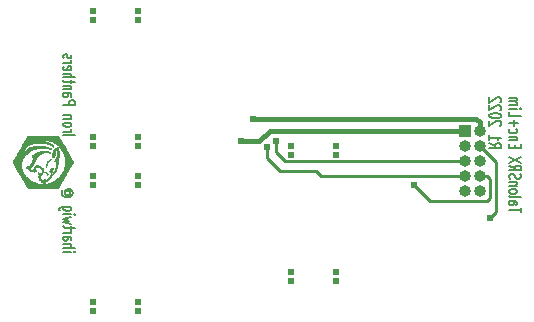
<source format=gbr>
%TF.GenerationSoftware,KiCad,Pcbnew,(5.1.6-0)*%
%TF.CreationDate,2022-05-03T23:10:05-07:00*%
%TF.ProjectId,talonsrx-enc-limit-ftc,74616c6f-6e73-4727-982d-656e632d6c69,rev?*%
%TF.SameCoordinates,PX695f190PY69fa208*%
%TF.FileFunction,Copper,L2,Bot*%
%TF.FilePolarity,Positive*%
%FSLAX46Y46*%
G04 Gerber Fmt 4.6, Leading zero omitted, Abs format (unit mm)*
G04 Created by KiCad (PCBNEW (5.1.6-0)) date 2022-05-03 23:10:05*
%MOMM*%
%LPD*%
G01*
G04 APERTURE LIST*
%TA.AperFunction,NonConductor*%
%ADD10C,0.152400*%
%TD*%
%TA.AperFunction,EtchedComponent*%
%ADD11C,0.010000*%
%TD*%
%TA.AperFunction,ComponentPad*%
%ADD12R,1.000000X1.000000*%
%TD*%
%TA.AperFunction,ComponentPad*%
%ADD13O,1.000000X1.000000*%
%TD*%
%TA.AperFunction,ViaPad*%
%ADD14C,0.609600*%
%TD*%
%TA.AperFunction,Conductor*%
%ADD15C,0.254000*%
%TD*%
%TA.AperFunction,Conductor*%
%ADD16C,0.457200*%
%TD*%
G04 APERTURE END LIST*
D10*
X43483819Y9592274D02*
X43483819Y9992274D01*
X42483819Y9792274D02*
X43483819Y9792274D01*
X42483819Y10525607D02*
X43007628Y10525607D01*
X43102866Y10492274D01*
X43150485Y10425607D01*
X43150485Y10292274D01*
X43102866Y10225607D01*
X42531438Y10525607D02*
X42483819Y10458940D01*
X42483819Y10292274D01*
X42531438Y10225607D01*
X42626676Y10192274D01*
X42721914Y10192274D01*
X42817152Y10225607D01*
X42864771Y10292274D01*
X42864771Y10458940D01*
X42912390Y10525607D01*
X42483819Y10958940D02*
X42531438Y10892274D01*
X42626676Y10858940D01*
X43483819Y10858940D01*
X42483819Y11325607D02*
X42531438Y11258940D01*
X42579057Y11225607D01*
X42674295Y11192274D01*
X42960009Y11192274D01*
X43055247Y11225607D01*
X43102866Y11258940D01*
X43150485Y11325607D01*
X43150485Y11425607D01*
X43102866Y11492274D01*
X43055247Y11525607D01*
X42960009Y11558940D01*
X42674295Y11558940D01*
X42579057Y11525607D01*
X42531438Y11492274D01*
X42483819Y11425607D01*
X42483819Y11325607D01*
X43150485Y11858940D02*
X42483819Y11858940D01*
X43055247Y11858940D02*
X43102866Y11892274D01*
X43150485Y11958940D01*
X43150485Y12058940D01*
X43102866Y12125607D01*
X43007628Y12158940D01*
X42483819Y12158940D01*
X42531438Y12458940D02*
X42483819Y12558940D01*
X42483819Y12725607D01*
X42531438Y12792274D01*
X42579057Y12825607D01*
X42674295Y12858940D01*
X42769533Y12858940D01*
X42864771Y12825607D01*
X42912390Y12792274D01*
X42960009Y12725607D01*
X43007628Y12592274D01*
X43055247Y12525607D01*
X43102866Y12492274D01*
X43198104Y12458940D01*
X43293342Y12458940D01*
X43388580Y12492274D01*
X43436200Y12525607D01*
X43483819Y12592274D01*
X43483819Y12758940D01*
X43436200Y12858940D01*
X42483819Y13558940D02*
X42960009Y13325607D01*
X42483819Y13158940D02*
X43483819Y13158940D01*
X43483819Y13425607D01*
X43436200Y13492274D01*
X43388580Y13525607D01*
X43293342Y13558940D01*
X43150485Y13558940D01*
X43055247Y13525607D01*
X43007628Y13492274D01*
X42960009Y13425607D01*
X42960009Y13158940D01*
X43483819Y13792274D02*
X42483819Y14258940D01*
X43483819Y14258940D02*
X42483819Y13792274D01*
X43007628Y15058940D02*
X43007628Y15292274D01*
X42483819Y15392274D02*
X42483819Y15058940D01*
X43483819Y15058940D01*
X43483819Y15392274D01*
X43150485Y15692274D02*
X42483819Y15692274D01*
X43055247Y15692274D02*
X43102866Y15725607D01*
X43150485Y15792274D01*
X43150485Y15892274D01*
X43102866Y15958940D01*
X43007628Y15992274D01*
X42483819Y15992274D01*
X42531438Y16625607D02*
X42483819Y16558940D01*
X42483819Y16425607D01*
X42531438Y16358940D01*
X42579057Y16325607D01*
X42674295Y16292274D01*
X42960009Y16292274D01*
X43055247Y16325607D01*
X43102866Y16358940D01*
X43150485Y16425607D01*
X43150485Y16558940D01*
X43102866Y16625607D01*
X42864771Y16925607D02*
X42864771Y17458940D01*
X42483819Y17192274D02*
X43245723Y17192274D01*
X42483819Y18125607D02*
X42483819Y17792274D01*
X43483819Y17792274D01*
X42483819Y18358940D02*
X43150485Y18358940D01*
X43483819Y18358940D02*
X43436200Y18325607D01*
X43388580Y18358940D01*
X43436200Y18392274D01*
X43483819Y18358940D01*
X43388580Y18358940D01*
X42483819Y18692274D02*
X43150485Y18692274D01*
X43055247Y18692274D02*
X43102866Y18725607D01*
X43150485Y18792274D01*
X43150485Y18892274D01*
X43102866Y18958940D01*
X43007628Y18992274D01*
X42483819Y18992274D01*
X43007628Y18992274D02*
X43102866Y19025607D01*
X43150485Y19092274D01*
X43150485Y19192274D01*
X43102866Y19258940D01*
X43007628Y19292274D01*
X42483819Y19292274D01*
X40831419Y15458940D02*
X41307609Y15225607D01*
X40831419Y15058940D02*
X41831419Y15058940D01*
X41831419Y15325607D01*
X41783800Y15392274D01*
X41736180Y15425607D01*
X41640942Y15458940D01*
X41498085Y15458940D01*
X41402847Y15425607D01*
X41355228Y15392274D01*
X41307609Y15325607D01*
X41307609Y15058940D01*
X40831419Y16125607D02*
X40831419Y15725607D01*
X40831419Y15925607D02*
X41831419Y15925607D01*
X41688561Y15858940D01*
X41593323Y15792274D01*
X41545704Y15725607D01*
X41736180Y16925607D02*
X41783800Y16958940D01*
X41831419Y17025607D01*
X41831419Y17192274D01*
X41783800Y17258940D01*
X41736180Y17292274D01*
X41640942Y17325607D01*
X41545704Y17325607D01*
X41402847Y17292274D01*
X40831419Y16892274D01*
X40831419Y17325607D01*
X41831419Y17758940D02*
X41831419Y17825607D01*
X41783800Y17892274D01*
X41736180Y17925607D01*
X41640942Y17958940D01*
X41450466Y17992274D01*
X41212371Y17992274D01*
X41021895Y17958940D01*
X40926657Y17925607D01*
X40879038Y17892274D01*
X40831419Y17825607D01*
X40831419Y17758940D01*
X40879038Y17692274D01*
X40926657Y17658940D01*
X41021895Y17625607D01*
X41212371Y17592274D01*
X41450466Y17592274D01*
X41640942Y17625607D01*
X41736180Y17658940D01*
X41783800Y17692274D01*
X41831419Y17758940D01*
X41736180Y18258940D02*
X41783800Y18292274D01*
X41831419Y18358940D01*
X41831419Y18525607D01*
X41783800Y18592274D01*
X41736180Y18625607D01*
X41640942Y18658940D01*
X41545704Y18658940D01*
X41402847Y18625607D01*
X40831419Y18225607D01*
X40831419Y18658940D01*
X41736180Y18925607D02*
X41783800Y18958940D01*
X41831419Y19025607D01*
X41831419Y19192274D01*
X41783800Y19258940D01*
X41736180Y19292274D01*
X41640942Y19325607D01*
X41545704Y19325607D01*
X41402847Y19292274D01*
X40831419Y18892274D01*
X40831419Y19325607D01*
X4754619Y6271667D02*
X5421285Y6271667D01*
X5754619Y6271667D02*
X5707000Y6238334D01*
X5659380Y6271667D01*
X5707000Y6305000D01*
X5754619Y6271667D01*
X5659380Y6271667D01*
X4754619Y6605000D02*
X5754619Y6605000D01*
X4754619Y6905000D02*
X5278428Y6905000D01*
X5373666Y6871667D01*
X5421285Y6805000D01*
X5421285Y6705000D01*
X5373666Y6638334D01*
X5326047Y6605000D01*
X4754619Y7538334D02*
X5278428Y7538334D01*
X5373666Y7505000D01*
X5421285Y7438334D01*
X5421285Y7305000D01*
X5373666Y7238334D01*
X4802238Y7538334D02*
X4754619Y7471667D01*
X4754619Y7305000D01*
X4802238Y7238334D01*
X4897476Y7205000D01*
X4992714Y7205000D01*
X5087952Y7238334D01*
X5135571Y7305000D01*
X5135571Y7471667D01*
X5183190Y7538334D01*
X4754619Y7871667D02*
X5421285Y7871667D01*
X5230809Y7871667D02*
X5326047Y7905000D01*
X5373666Y7938334D01*
X5421285Y8005000D01*
X5421285Y8071667D01*
X5421285Y8205000D02*
X5421285Y8471667D01*
X5754619Y8305000D02*
X4897476Y8305000D01*
X4802238Y8338334D01*
X4754619Y8405000D01*
X4754619Y8471667D01*
X5421285Y8638334D02*
X4754619Y8771667D01*
X5230809Y8905000D01*
X4754619Y9038334D01*
X5421285Y9171667D01*
X4754619Y9438334D02*
X5421285Y9438334D01*
X5754619Y9438334D02*
X5707000Y9405000D01*
X5659380Y9438334D01*
X5707000Y9471667D01*
X5754619Y9438334D01*
X5659380Y9438334D01*
X5421285Y10071667D02*
X4611761Y10071667D01*
X4516523Y10038334D01*
X4468904Y10005000D01*
X4421285Y9938334D01*
X4421285Y9838334D01*
X4468904Y9771667D01*
X4802238Y10071667D02*
X4754619Y10005000D01*
X4754619Y9871667D01*
X4802238Y9805000D01*
X4849857Y9771667D01*
X4945095Y9738334D01*
X5230809Y9738334D01*
X5326047Y9771667D01*
X5373666Y9805000D01*
X5421285Y9871667D01*
X5421285Y10005000D01*
X5373666Y10071667D01*
X5230809Y11371667D02*
X5278428Y11338334D01*
X5326047Y11271667D01*
X5326047Y11205000D01*
X5278428Y11138334D01*
X5230809Y11105000D01*
X5135571Y11071667D01*
X5040333Y11071667D01*
X4945095Y11105000D01*
X4897476Y11138334D01*
X4849857Y11205000D01*
X4849857Y11271667D01*
X4897476Y11338334D01*
X4945095Y11371667D01*
X5326047Y11371667D02*
X4945095Y11371667D01*
X4897476Y11405000D01*
X4897476Y11438334D01*
X4945095Y11505000D01*
X5040333Y11538334D01*
X5278428Y11538334D01*
X5421285Y11471667D01*
X5516523Y11371667D01*
X5564142Y11238334D01*
X5516523Y11105000D01*
X5421285Y11005000D01*
X5278428Y10938334D01*
X5087952Y10905000D01*
X4897476Y10938334D01*
X4754619Y11005000D01*
X4659380Y11105000D01*
X4611761Y11238334D01*
X4659380Y11371667D01*
X4754619Y11471667D01*
X4754619Y16105000D02*
X5754619Y16105000D01*
X4754619Y16438334D02*
X5421285Y16438334D01*
X5230809Y16438334D02*
X5326047Y16471667D01*
X5373666Y16505000D01*
X5421285Y16571667D01*
X5421285Y16638334D01*
X4754619Y16971667D02*
X4802238Y16905000D01*
X4849857Y16871667D01*
X4945095Y16838334D01*
X5230809Y16838334D01*
X5326047Y16871667D01*
X5373666Y16905000D01*
X5421285Y16971667D01*
X5421285Y17071667D01*
X5373666Y17138334D01*
X5326047Y17171667D01*
X5230809Y17205000D01*
X4945095Y17205000D01*
X4849857Y17171667D01*
X4802238Y17138334D01*
X4754619Y17071667D01*
X4754619Y16971667D01*
X5421285Y17505000D02*
X4754619Y17505000D01*
X5326047Y17505000D02*
X5373666Y17538334D01*
X5421285Y17605000D01*
X5421285Y17705000D01*
X5373666Y17771667D01*
X5278428Y17805000D01*
X4754619Y17805000D01*
X4754619Y18671667D02*
X5754619Y18671667D01*
X5754619Y18938334D01*
X5707000Y19005000D01*
X5659380Y19038334D01*
X5564142Y19071667D01*
X5421285Y19071667D01*
X5326047Y19038334D01*
X5278428Y19005000D01*
X5230809Y18938334D01*
X5230809Y18671667D01*
X4754619Y19671667D02*
X5278428Y19671667D01*
X5373666Y19638334D01*
X5421285Y19571667D01*
X5421285Y19438334D01*
X5373666Y19371667D01*
X4802238Y19671667D02*
X4754619Y19605000D01*
X4754619Y19438334D01*
X4802238Y19371667D01*
X4897476Y19338334D01*
X4992714Y19338334D01*
X5087952Y19371667D01*
X5135571Y19438334D01*
X5135571Y19605000D01*
X5183190Y19671667D01*
X5421285Y20005000D02*
X4754619Y20005000D01*
X5326047Y20005000D02*
X5373666Y20038334D01*
X5421285Y20105000D01*
X5421285Y20205000D01*
X5373666Y20271667D01*
X5278428Y20305000D01*
X4754619Y20305000D01*
X5421285Y20538334D02*
X5421285Y20805000D01*
X5754619Y20638334D02*
X4897476Y20638334D01*
X4802238Y20671667D01*
X4754619Y20738334D01*
X4754619Y20805000D01*
X4754619Y21038334D02*
X5754619Y21038334D01*
X4754619Y21338334D02*
X5278428Y21338334D01*
X5373666Y21305000D01*
X5421285Y21238334D01*
X5421285Y21138334D01*
X5373666Y21071667D01*
X5326047Y21038334D01*
X4802238Y21938334D02*
X4754619Y21871667D01*
X4754619Y21738334D01*
X4802238Y21671667D01*
X4897476Y21638334D01*
X5278428Y21638334D01*
X5373666Y21671667D01*
X5421285Y21738334D01*
X5421285Y21871667D01*
X5373666Y21938334D01*
X5278428Y21971667D01*
X5183190Y21971667D01*
X5087952Y21638334D01*
X4754619Y22271667D02*
X5421285Y22271667D01*
X5230809Y22271667D02*
X5326047Y22305000D01*
X5373666Y22338334D01*
X5421285Y22405000D01*
X5421285Y22471667D01*
X4802238Y22671667D02*
X4754619Y22738334D01*
X4754619Y22871667D01*
X4802238Y22938334D01*
X4897476Y22971667D01*
X4945095Y22971667D01*
X5040333Y22938334D01*
X5087952Y22871667D01*
X5087952Y22771667D01*
X5135571Y22705000D01*
X5230809Y22671667D01*
X5278428Y22671667D01*
X5373666Y22705000D01*
X5421285Y22771667D01*
X5421285Y22871667D01*
X5373666Y22938334D01*
D11*
%TO.C,G\u002A\u002A\u002A*%
G36*
X5541249Y13909273D02*
G01*
X5536154Y13932789D01*
X5532247Y13940444D01*
X5522300Y13958538D01*
X5506629Y13986518D01*
X5485552Y14023831D01*
X5459386Y14069921D01*
X5428449Y14124236D01*
X5393057Y14186220D01*
X5353527Y14255320D01*
X5310177Y14330982D01*
X5263324Y14412651D01*
X5213285Y14499775D01*
X5160378Y14591798D01*
X5104918Y14688167D01*
X5047225Y14788327D01*
X4987614Y14891725D01*
X4936738Y14979900D01*
X4852117Y15126412D01*
X4773743Y15261906D01*
X4701597Y15386414D01*
X4635662Y15499965D01*
X4575920Y15602590D01*
X4522353Y15694319D01*
X4474944Y15775181D01*
X4433675Y15845209D01*
X4398528Y15904431D01*
X4369484Y15952878D01*
X4346527Y15990581D01*
X4329639Y16017569D01*
X4318802Y16033874D01*
X4315318Y16038405D01*
X4289059Y16063487D01*
X4261533Y16080072D01*
X4250921Y16084443D01*
X4246609Y16086014D01*
X4242068Y16087454D01*
X4236753Y16088768D01*
X4230115Y16089963D01*
X4221609Y16091043D01*
X4210688Y16092014D01*
X4196805Y16092883D01*
X4179413Y16093655D01*
X4157965Y16094336D01*
X4131915Y16094931D01*
X4100716Y16095447D01*
X4063821Y16095888D01*
X4020683Y16096261D01*
X3970756Y16096572D01*
X3913493Y16096825D01*
X3848347Y16097028D01*
X3774771Y16097185D01*
X3692218Y16097303D01*
X3600143Y16097387D01*
X3497997Y16097443D01*
X3385235Y16097476D01*
X3261309Y16097493D01*
X3125673Y16097499D01*
X3006825Y16097500D01*
X2861281Y16097498D01*
X2727891Y16097489D01*
X2606107Y16097468D01*
X2495383Y16097429D01*
X2395174Y16097365D01*
X2304931Y16097272D01*
X2224110Y16097144D01*
X2152162Y16096975D01*
X2088542Y16096760D01*
X2032703Y16096493D01*
X1984099Y16096168D01*
X1942183Y16095779D01*
X1906407Y16095322D01*
X1876227Y16094790D01*
X1851095Y16094178D01*
X1830465Y16093480D01*
X1813790Y16092691D01*
X1800524Y16091805D01*
X1790120Y16090815D01*
X1782031Y16089718D01*
X1775712Y16088506D01*
X1770614Y16087175D01*
X1766193Y16085719D01*
X1763383Y16084687D01*
X1731369Y16068081D01*
X1702922Y16045103D01*
X1702820Y16045000D01*
X1696622Y16036837D01*
X1685478Y16019914D01*
X1669291Y15994063D01*
X1647961Y15959116D01*
X1621390Y15914905D01*
X1589479Y15861264D01*
X1552131Y15798024D01*
X1509246Y15725017D01*
X1460725Y15642077D01*
X1406471Y15549035D01*
X1346384Y15445724D01*
X1280367Y15331976D01*
X1208320Y15207624D01*
X1130144Y15072499D01*
X1082129Y14989425D01*
X1020986Y14883554D01*
X961485Y14780430D01*
X903942Y14680607D01*
X848677Y14584640D01*
X796007Y14493085D01*
X746249Y14406496D01*
X699723Y14325428D01*
X656744Y14250437D01*
X617632Y14182076D01*
X582705Y14120903D01*
X552279Y14067471D01*
X526674Y14022335D01*
X506207Y13986051D01*
X491195Y13959173D01*
X481957Y13942257D01*
X478878Y13936114D01*
X470923Y13898964D01*
X470917Y13857958D01*
X478593Y13818817D01*
X485115Y13801975D01*
X491466Y13789773D01*
X503688Y13767535D01*
X521398Y13735920D01*
X544211Y13695591D01*
X571745Y13647208D01*
X603614Y13591434D01*
X639435Y13528929D01*
X678825Y13460356D01*
X721399Y13386375D01*
X766773Y13307647D01*
X814564Y13224835D01*
X864388Y13138600D01*
X915861Y13049604D01*
X968598Y12958506D01*
X1022217Y12865970D01*
X1076332Y12772656D01*
X1130561Y12679226D01*
X1184520Y12586342D01*
X1237824Y12494664D01*
X1290090Y12404855D01*
X1340933Y12317574D01*
X1389971Y12233485D01*
X1436818Y12153249D01*
X1481092Y12077526D01*
X1522408Y12006979D01*
X1560383Y11942268D01*
X1594631Y11884056D01*
X1624771Y11833003D01*
X1650418Y11789771D01*
X1671187Y11755021D01*
X1686695Y11729416D01*
X1696559Y11713615D01*
X1700151Y11708454D01*
X1719919Y11691687D01*
X1744140Y11675997D01*
X1755194Y11670354D01*
X1787625Y11655675D01*
X3013175Y11655675D01*
X3013175Y11992751D01*
X2956098Y11992873D01*
X2909497Y11993314D01*
X2871152Y11994189D01*
X2838840Y11995610D01*
X2810339Y11997691D01*
X2783430Y12000545D01*
X2755889Y12004285D01*
X2740125Y12006690D01*
X2583914Y12037350D01*
X2433036Y12079463D01*
X2287698Y12132930D01*
X2148101Y12197656D01*
X2014450Y12273542D01*
X1886950Y12360491D01*
X1765804Y12458407D01*
X1734587Y12486366D01*
X1625323Y12594817D01*
X1526095Y12710921D01*
X1437107Y12834291D01*
X1358563Y12964543D01*
X1290668Y13101290D01*
X1233625Y13244147D01*
X1187639Y13392728D01*
X1152912Y13546648D01*
X1142919Y13605125D01*
X1136888Y13649429D01*
X1134338Y13686740D01*
X1135376Y13722009D01*
X1140111Y13760189D01*
X1147158Y13798800D01*
X1172738Y13898011D01*
X1209879Y13998789D01*
X1257709Y14100087D01*
X1315362Y14200858D01*
X1381968Y14300056D01*
X1456659Y14396634D01*
X1538565Y14489545D01*
X1626818Y14577744D01*
X1720550Y14660182D01*
X1818891Y14735813D01*
X1920972Y14803592D01*
X2025926Y14862470D01*
X2033024Y14866064D01*
X2119856Y14905027D01*
X2217051Y14940218D01*
X2322752Y14971313D01*
X2435100Y14997986D01*
X2552235Y15019912D01*
X2672300Y15036766D01*
X2793434Y15048224D01*
X2913779Y15053961D01*
X3031476Y15053651D01*
X3091019Y15050993D01*
X3215599Y15040636D01*
X3334252Y15025017D01*
X3445535Y15004412D01*
X3548008Y14979098D01*
X3640228Y14949351D01*
X3659619Y14941996D01*
X3687039Y14931814D01*
X3710321Y14924174D01*
X3726847Y14919869D01*
X3733795Y14919509D01*
X3740155Y14929401D01*
X3735983Y14943723D01*
X3722303Y14961634D01*
X3700135Y14982290D01*
X3670501Y15004849D01*
X3634425Y15028470D01*
X3592928Y15052309D01*
X3547033Y15075525D01*
X3541113Y15078306D01*
X3418430Y15129225D01*
X3287494Y15171881D01*
X3149865Y15206073D01*
X3007103Y15231598D01*
X2860769Y15248256D01*
X2712422Y15255846D01*
X2563622Y15254165D01*
X2415931Y15243012D01*
X2340075Y15233401D01*
X2194982Y15206769D01*
X2057064Y15169830D01*
X1925689Y15122293D01*
X1800223Y15063867D01*
X1680035Y14994263D01*
X1564491Y14913188D01*
X1465385Y14831444D01*
X1408547Y14775347D01*
X1352464Y14708684D01*
X1298890Y14633551D01*
X1295667Y14628625D01*
X1278821Y14603104D01*
X1264424Y14581970D01*
X1253879Y14567232D01*
X1248589Y14560901D01*
X1248349Y14560800D01*
X1248827Y14566183D01*
X1254219Y14581164D01*
X1263744Y14603990D01*
X1276617Y14632911D01*
X1292057Y14666174D01*
X1309280Y14702026D01*
X1327504Y14738715D01*
X1330434Y14744495D01*
X1361402Y14801726D01*
X1397078Y14861396D01*
X1436272Y14921937D01*
X1477795Y14981785D01*
X1520455Y15039374D01*
X1563061Y15093137D01*
X1604425Y15141510D01*
X1643354Y15182926D01*
X1678659Y15215820D01*
X1703149Y15234713D01*
X1762857Y15271505D01*
X1832954Y15308209D01*
X1911153Y15343975D01*
X1995164Y15377952D01*
X2082700Y15409290D01*
X2171474Y15437137D01*
X2259196Y15460644D01*
X2343579Y15478960D01*
X2375089Y15484513D01*
X2425726Y15491189D01*
X2486241Y15496505D01*
X2553877Y15500361D01*
X2625874Y15502655D01*
X2699475Y15503289D01*
X2771921Y15502161D01*
X2815724Y15500502D01*
X2977878Y15489209D01*
X3129204Y15471281D01*
X3269702Y15446718D01*
X3399373Y15415520D01*
X3518218Y15377687D01*
X3626237Y15333218D01*
X3723431Y15282113D01*
X3809801Y15224371D01*
X3842297Y15198602D01*
X3863622Y15181336D01*
X3881683Y15167673D01*
X3894079Y15159378D01*
X3897969Y15157700D01*
X3906313Y15162110D01*
X3906366Y15174661D01*
X3898628Y15194328D01*
X3883601Y15220089D01*
X3861788Y15250919D01*
X3837209Y15281630D01*
X3777119Y15344090D01*
X3705752Y15402238D01*
X3623861Y15455823D01*
X3532203Y15504593D01*
X3431532Y15548299D01*
X3322605Y15586687D01*
X3206175Y15619509D01*
X3082999Y15646512D01*
X2953830Y15667446D01*
X2819426Y15682060D01*
X2680540Y15690102D01*
X2603600Y15691627D01*
X2564015Y15691942D01*
X2535860Y15692385D01*
X2517868Y15693103D01*
X2508768Y15694243D01*
X2507292Y15695950D01*
X2512171Y15698373D01*
X2520692Y15701205D01*
X2585055Y15718460D01*
X2659421Y15733307D01*
X2741270Y15745429D01*
X2828080Y15754508D01*
X2917327Y15760228D01*
X3006490Y15762272D01*
X3006825Y15762272D01*
X3120549Y15759843D01*
X3226341Y15752024D01*
X3327975Y15738357D01*
X3429220Y15718387D01*
X3487989Y15704065D01*
X3634417Y15659661D01*
X3775472Y15604045D01*
X3910649Y15537732D01*
X4039443Y15461240D01*
X4161346Y15375086D01*
X4275852Y15279788D01*
X4382457Y15175863D01*
X4480654Y15063828D01*
X4569936Y14944201D01*
X4649799Y14817498D01*
X4719735Y14684237D01*
X4779240Y14544935D01*
X4827806Y14400109D01*
X4851678Y14309975D01*
X4866848Y14242375D01*
X4878574Y14179860D01*
X4887223Y14119103D01*
X4893166Y14056777D01*
X4896772Y13989554D01*
X4898410Y13914109D01*
X4898579Y13887700D01*
X4898423Y13820859D01*
X4897285Y13763682D01*
X4894896Y13713152D01*
X4890990Y13666255D01*
X4885298Y13619974D01*
X4877552Y13571292D01*
X4867483Y13517195D01*
X4864147Y13500350D01*
X4828209Y13352395D01*
X4780800Y13209202D01*
X4722420Y13071291D01*
X4653567Y12939183D01*
X4574742Y12813397D01*
X4486444Y12694453D01*
X4389173Y12582872D01*
X4283428Y12479174D01*
X4169709Y12383878D01*
X4048516Y12297506D01*
X3920347Y12220576D01*
X3785702Y12153609D01*
X3645082Y12097126D01*
X3498985Y12051646D01*
X3464025Y12042639D01*
X3404173Y12028389D01*
X3350414Y12017034D01*
X3300016Y12008271D01*
X3250249Y12001797D01*
X3198381Y11997311D01*
X3141680Y11994511D01*
X3077414Y11993094D01*
X3013175Y11992751D01*
X3013175Y11655675D01*
X4226025Y11655675D01*
X4258457Y11670354D01*
X4282098Y11683647D01*
X4304911Y11700541D01*
X4313411Y11708454D01*
X4318613Y11716036D01*
X4329761Y11733968D01*
X4346470Y11761588D01*
X4368359Y11798237D01*
X4395044Y11843252D01*
X4426142Y11895973D01*
X4461270Y11955738D01*
X4500045Y12021887D01*
X4542084Y12093758D01*
X4587005Y12170690D01*
X4634424Y12252022D01*
X4683958Y12337092D01*
X4735225Y12425241D01*
X4787841Y12515806D01*
X4841424Y12608126D01*
X4895590Y12701541D01*
X4949957Y12795389D01*
X5004141Y12889009D01*
X5057760Y12981740D01*
X5110430Y13072921D01*
X5161769Y13161891D01*
X5211394Y13247988D01*
X5258922Y13330551D01*
X5303969Y13408920D01*
X5346153Y13482433D01*
X5385091Y13550430D01*
X5420400Y13612248D01*
X5451697Y13667227D01*
X5478598Y13714705D01*
X5500722Y13754022D01*
X5517685Y13784517D01*
X5529104Y13805528D01*
X5534596Y13816394D01*
X5534907Y13817171D01*
X5540955Y13844317D01*
X5543090Y13877042D01*
X5541249Y13909273D01*
G37*
X5541249Y13909273D02*
X5536154Y13932789D01*
X5532247Y13940444D01*
X5522300Y13958538D01*
X5506629Y13986518D01*
X5485552Y14023831D01*
X5459386Y14069921D01*
X5428449Y14124236D01*
X5393057Y14186220D01*
X5353527Y14255320D01*
X5310177Y14330982D01*
X5263324Y14412651D01*
X5213285Y14499775D01*
X5160378Y14591798D01*
X5104918Y14688167D01*
X5047225Y14788327D01*
X4987614Y14891725D01*
X4936738Y14979900D01*
X4852117Y15126412D01*
X4773743Y15261906D01*
X4701597Y15386414D01*
X4635662Y15499965D01*
X4575920Y15602590D01*
X4522353Y15694319D01*
X4474944Y15775181D01*
X4433675Y15845209D01*
X4398528Y15904431D01*
X4369484Y15952878D01*
X4346527Y15990581D01*
X4329639Y16017569D01*
X4318802Y16033874D01*
X4315318Y16038405D01*
X4289059Y16063487D01*
X4261533Y16080072D01*
X4250921Y16084443D01*
X4246609Y16086014D01*
X4242068Y16087454D01*
X4236753Y16088768D01*
X4230115Y16089963D01*
X4221609Y16091043D01*
X4210688Y16092014D01*
X4196805Y16092883D01*
X4179413Y16093655D01*
X4157965Y16094336D01*
X4131915Y16094931D01*
X4100716Y16095447D01*
X4063821Y16095888D01*
X4020683Y16096261D01*
X3970756Y16096572D01*
X3913493Y16096825D01*
X3848347Y16097028D01*
X3774771Y16097185D01*
X3692218Y16097303D01*
X3600143Y16097387D01*
X3497997Y16097443D01*
X3385235Y16097476D01*
X3261309Y16097493D01*
X3125673Y16097499D01*
X3006825Y16097500D01*
X2861281Y16097498D01*
X2727891Y16097489D01*
X2606107Y16097468D01*
X2495383Y16097429D01*
X2395174Y16097365D01*
X2304931Y16097272D01*
X2224110Y16097144D01*
X2152162Y16096975D01*
X2088542Y16096760D01*
X2032703Y16096493D01*
X1984099Y16096168D01*
X1942183Y16095779D01*
X1906407Y16095322D01*
X1876227Y16094790D01*
X1851095Y16094178D01*
X1830465Y16093480D01*
X1813790Y16092691D01*
X1800524Y16091805D01*
X1790120Y16090815D01*
X1782031Y16089718D01*
X1775712Y16088506D01*
X1770614Y16087175D01*
X1766193Y16085719D01*
X1763383Y16084687D01*
X1731369Y16068081D01*
X1702922Y16045103D01*
X1702820Y16045000D01*
X1696622Y16036837D01*
X1685478Y16019914D01*
X1669291Y15994063D01*
X1647961Y15959116D01*
X1621390Y15914905D01*
X1589479Y15861264D01*
X1552131Y15798024D01*
X1509246Y15725017D01*
X1460725Y15642077D01*
X1406471Y15549035D01*
X1346384Y15445724D01*
X1280367Y15331976D01*
X1208320Y15207624D01*
X1130144Y15072499D01*
X1082129Y14989425D01*
X1020986Y14883554D01*
X961485Y14780430D01*
X903942Y14680607D01*
X848677Y14584640D01*
X796007Y14493085D01*
X746249Y14406496D01*
X699723Y14325428D01*
X656744Y14250437D01*
X617632Y14182076D01*
X582705Y14120903D01*
X552279Y14067471D01*
X526674Y14022335D01*
X506207Y13986051D01*
X491195Y13959173D01*
X481957Y13942257D01*
X478878Y13936114D01*
X470923Y13898964D01*
X470917Y13857958D01*
X478593Y13818817D01*
X485115Y13801975D01*
X491466Y13789773D01*
X503688Y13767535D01*
X521398Y13735920D01*
X544211Y13695591D01*
X571745Y13647208D01*
X603614Y13591434D01*
X639435Y13528929D01*
X678825Y13460356D01*
X721399Y13386375D01*
X766773Y13307647D01*
X814564Y13224835D01*
X864388Y13138600D01*
X915861Y13049604D01*
X968598Y12958506D01*
X1022217Y12865970D01*
X1076332Y12772656D01*
X1130561Y12679226D01*
X1184520Y12586342D01*
X1237824Y12494664D01*
X1290090Y12404855D01*
X1340933Y12317574D01*
X1389971Y12233485D01*
X1436818Y12153249D01*
X1481092Y12077526D01*
X1522408Y12006979D01*
X1560383Y11942268D01*
X1594631Y11884056D01*
X1624771Y11833003D01*
X1650418Y11789771D01*
X1671187Y11755021D01*
X1686695Y11729416D01*
X1696559Y11713615D01*
X1700151Y11708454D01*
X1719919Y11691687D01*
X1744140Y11675997D01*
X1755194Y11670354D01*
X1787625Y11655675D01*
X3013175Y11655675D01*
X3013175Y11992751D01*
X2956098Y11992873D01*
X2909497Y11993314D01*
X2871152Y11994189D01*
X2838840Y11995610D01*
X2810339Y11997691D01*
X2783430Y12000545D01*
X2755889Y12004285D01*
X2740125Y12006690D01*
X2583914Y12037350D01*
X2433036Y12079463D01*
X2287698Y12132930D01*
X2148101Y12197656D01*
X2014450Y12273542D01*
X1886950Y12360491D01*
X1765804Y12458407D01*
X1734587Y12486366D01*
X1625323Y12594817D01*
X1526095Y12710921D01*
X1437107Y12834291D01*
X1358563Y12964543D01*
X1290668Y13101290D01*
X1233625Y13244147D01*
X1187639Y13392728D01*
X1152912Y13546648D01*
X1142919Y13605125D01*
X1136888Y13649429D01*
X1134338Y13686740D01*
X1135376Y13722009D01*
X1140111Y13760189D01*
X1147158Y13798800D01*
X1172738Y13898011D01*
X1209879Y13998789D01*
X1257709Y14100087D01*
X1315362Y14200858D01*
X1381968Y14300056D01*
X1456659Y14396634D01*
X1538565Y14489545D01*
X1626818Y14577744D01*
X1720550Y14660182D01*
X1818891Y14735813D01*
X1920972Y14803592D01*
X2025926Y14862470D01*
X2033024Y14866064D01*
X2119856Y14905027D01*
X2217051Y14940218D01*
X2322752Y14971313D01*
X2435100Y14997986D01*
X2552235Y15019912D01*
X2672300Y15036766D01*
X2793434Y15048224D01*
X2913779Y15053961D01*
X3031476Y15053651D01*
X3091019Y15050993D01*
X3215599Y15040636D01*
X3334252Y15025017D01*
X3445535Y15004412D01*
X3548008Y14979098D01*
X3640228Y14949351D01*
X3659619Y14941996D01*
X3687039Y14931814D01*
X3710321Y14924174D01*
X3726847Y14919869D01*
X3733795Y14919509D01*
X3740155Y14929401D01*
X3735983Y14943723D01*
X3722303Y14961634D01*
X3700135Y14982290D01*
X3670501Y15004849D01*
X3634425Y15028470D01*
X3592928Y15052309D01*
X3547033Y15075525D01*
X3541113Y15078306D01*
X3418430Y15129225D01*
X3287494Y15171881D01*
X3149865Y15206073D01*
X3007103Y15231598D01*
X2860769Y15248256D01*
X2712422Y15255846D01*
X2563622Y15254165D01*
X2415931Y15243012D01*
X2340075Y15233401D01*
X2194982Y15206769D01*
X2057064Y15169830D01*
X1925689Y15122293D01*
X1800223Y15063867D01*
X1680035Y14994263D01*
X1564491Y14913188D01*
X1465385Y14831444D01*
X1408547Y14775347D01*
X1352464Y14708684D01*
X1298890Y14633551D01*
X1295667Y14628625D01*
X1278821Y14603104D01*
X1264424Y14581970D01*
X1253879Y14567232D01*
X1248589Y14560901D01*
X1248349Y14560800D01*
X1248827Y14566183D01*
X1254219Y14581164D01*
X1263744Y14603990D01*
X1276617Y14632911D01*
X1292057Y14666174D01*
X1309280Y14702026D01*
X1327504Y14738715D01*
X1330434Y14744495D01*
X1361402Y14801726D01*
X1397078Y14861396D01*
X1436272Y14921937D01*
X1477795Y14981785D01*
X1520455Y15039374D01*
X1563061Y15093137D01*
X1604425Y15141510D01*
X1643354Y15182926D01*
X1678659Y15215820D01*
X1703149Y15234713D01*
X1762857Y15271505D01*
X1832954Y15308209D01*
X1911153Y15343975D01*
X1995164Y15377952D01*
X2082700Y15409290D01*
X2171474Y15437137D01*
X2259196Y15460644D01*
X2343579Y15478960D01*
X2375089Y15484513D01*
X2425726Y15491189D01*
X2486241Y15496505D01*
X2553877Y15500361D01*
X2625874Y15502655D01*
X2699475Y15503289D01*
X2771921Y15502161D01*
X2815724Y15500502D01*
X2977878Y15489209D01*
X3129204Y15471281D01*
X3269702Y15446718D01*
X3399373Y15415520D01*
X3518218Y15377687D01*
X3626237Y15333218D01*
X3723431Y15282113D01*
X3809801Y15224371D01*
X3842297Y15198602D01*
X3863622Y15181336D01*
X3881683Y15167673D01*
X3894079Y15159378D01*
X3897969Y15157700D01*
X3906313Y15162110D01*
X3906366Y15174661D01*
X3898628Y15194328D01*
X3883601Y15220089D01*
X3861788Y15250919D01*
X3837209Y15281630D01*
X3777119Y15344090D01*
X3705752Y15402238D01*
X3623861Y15455823D01*
X3532203Y15504593D01*
X3431532Y15548299D01*
X3322605Y15586687D01*
X3206175Y15619509D01*
X3082999Y15646512D01*
X2953830Y15667446D01*
X2819426Y15682060D01*
X2680540Y15690102D01*
X2603600Y15691627D01*
X2564015Y15691942D01*
X2535860Y15692385D01*
X2517868Y15693103D01*
X2508768Y15694243D01*
X2507292Y15695950D01*
X2512171Y15698373D01*
X2520692Y15701205D01*
X2585055Y15718460D01*
X2659421Y15733307D01*
X2741270Y15745429D01*
X2828080Y15754508D01*
X2917327Y15760228D01*
X3006490Y15762272D01*
X3006825Y15762272D01*
X3120549Y15759843D01*
X3226341Y15752024D01*
X3327975Y15738357D01*
X3429220Y15718387D01*
X3487989Y15704065D01*
X3634417Y15659661D01*
X3775472Y15604045D01*
X3910649Y15537732D01*
X4039443Y15461240D01*
X4161346Y15375086D01*
X4275852Y15279788D01*
X4382457Y15175863D01*
X4480654Y15063828D01*
X4569936Y14944201D01*
X4649799Y14817498D01*
X4719735Y14684237D01*
X4779240Y14544935D01*
X4827806Y14400109D01*
X4851678Y14309975D01*
X4866848Y14242375D01*
X4878574Y14179860D01*
X4887223Y14119103D01*
X4893166Y14056777D01*
X4896772Y13989554D01*
X4898410Y13914109D01*
X4898579Y13887700D01*
X4898423Y13820859D01*
X4897285Y13763682D01*
X4894896Y13713152D01*
X4890990Y13666255D01*
X4885298Y13619974D01*
X4877552Y13571292D01*
X4867483Y13517195D01*
X4864147Y13500350D01*
X4828209Y13352395D01*
X4780800Y13209202D01*
X4722420Y13071291D01*
X4653567Y12939183D01*
X4574742Y12813397D01*
X4486444Y12694453D01*
X4389173Y12582872D01*
X4283428Y12479174D01*
X4169709Y12383878D01*
X4048516Y12297506D01*
X3920347Y12220576D01*
X3785702Y12153609D01*
X3645082Y12097126D01*
X3498985Y12051646D01*
X3464025Y12042639D01*
X3404173Y12028389D01*
X3350414Y12017034D01*
X3300016Y12008271D01*
X3250249Y12001797D01*
X3198381Y11997311D01*
X3141680Y11994511D01*
X3077414Y11993094D01*
X3013175Y11992751D01*
X3013175Y11655675D01*
X4226025Y11655675D01*
X4258457Y11670354D01*
X4282098Y11683647D01*
X4304911Y11700541D01*
X4313411Y11708454D01*
X4318613Y11716036D01*
X4329761Y11733968D01*
X4346470Y11761588D01*
X4368359Y11798237D01*
X4395044Y11843252D01*
X4426142Y11895973D01*
X4461270Y11955738D01*
X4500045Y12021887D01*
X4542084Y12093758D01*
X4587005Y12170690D01*
X4634424Y12252022D01*
X4683958Y12337092D01*
X4735225Y12425241D01*
X4787841Y12515806D01*
X4841424Y12608126D01*
X4895590Y12701541D01*
X4949957Y12795389D01*
X5004141Y12889009D01*
X5057760Y12981740D01*
X5110430Y13072921D01*
X5161769Y13161891D01*
X5211394Y13247988D01*
X5258922Y13330551D01*
X5303969Y13408920D01*
X5346153Y13482433D01*
X5385091Y13550430D01*
X5420400Y13612248D01*
X5451697Y13667227D01*
X5478598Y13714705D01*
X5500722Y13754022D01*
X5517685Y13784517D01*
X5529104Y13805528D01*
X5534596Y13816394D01*
X5534907Y13817171D01*
X5540955Y13844317D01*
X5543090Y13877042D01*
X5541249Y13909273D01*
G36*
X4342862Y14776534D02*
G01*
X4332599Y14917426D01*
X4316797Y15049610D01*
X4309800Y15094268D01*
X4304151Y15122862D01*
X4297286Y15140589D01*
X4287075Y15148413D01*
X4271387Y15147300D01*
X4248092Y15138216D01*
X4230932Y15130008D01*
X4173507Y15098469D01*
X4115257Y15060439D01*
X4058462Y15017816D01*
X4005401Y14972501D01*
X3958356Y14926394D01*
X3919604Y14881393D01*
X3900705Y14854824D01*
X3877904Y14811837D01*
X3857602Y14757922D01*
X3840350Y14694699D01*
X3831090Y14649700D01*
X3825886Y14612773D01*
X3822183Y14569223D01*
X3819979Y14521797D01*
X3819270Y14473243D01*
X3820056Y14426308D01*
X3822333Y14383739D01*
X3826100Y14348286D01*
X3831354Y14322694D01*
X3831360Y14322675D01*
X3842617Y14293423D01*
X3855883Y14271333D01*
X3869716Y14258457D01*
X3878154Y14256000D01*
X3886958Y14260091D01*
X3901531Y14270793D01*
X3917947Y14285092D01*
X3944501Y14315869D01*
X3970474Y14357162D01*
X3994852Y14406795D01*
X4016621Y14462594D01*
X4034766Y14522381D01*
X4041503Y14550111D01*
X4045601Y14571954D01*
X4049276Y14597665D01*
X4052160Y14623639D01*
X4053884Y14646276D01*
X4054079Y14661975D01*
X4053399Y14666351D01*
X4044800Y14673925D01*
X4030593Y14672924D01*
X4017446Y14665809D01*
X4002270Y14659900D01*
X3989840Y14665237D01*
X3985284Y14672759D01*
X3986230Y14685782D01*
X3995304Y14708124D01*
X4012349Y14739479D01*
X4037207Y14779542D01*
X4051035Y14800532D01*
X4079079Y14840057D01*
X4102786Y14868052D01*
X4122570Y14884764D01*
X4138847Y14890441D01*
X4152028Y14885330D01*
X4162529Y14869681D01*
X4163362Y14867752D01*
X4172661Y14841426D01*
X4180094Y14810648D01*
X4185872Y14773748D01*
X4190206Y14729059D01*
X4193306Y14674912D01*
X4195261Y14614775D01*
X4196242Y14541493D01*
X4195071Y14478764D01*
X4191285Y14424552D01*
X4184422Y14376823D01*
X4174020Y14333542D01*
X4159616Y14292674D01*
X4140749Y14252184D01*
X4116957Y14210039D01*
X4095640Y14176177D01*
X4056977Y14115044D01*
X4026562Y14063111D01*
X4004238Y14020059D01*
X3989846Y13985568D01*
X3983228Y13959319D01*
X3982834Y13948414D01*
X3986877Y13929204D01*
X3995804Y13921070D01*
X4010294Y13923867D01*
X4031024Y13937451D01*
X4031685Y13937972D01*
X4052200Y13952162D01*
X4077157Y13966681D01*
X4090353Y13973314D01*
X4116734Y13984486D01*
X4135707Y13988957D01*
X4148280Y13985643D01*
X4155459Y13973461D01*
X4158253Y13951326D01*
X4157667Y13918155D01*
X4156734Y13901888D01*
X4152410Y13845568D01*
X4146302Y13782604D01*
X4138737Y13715344D01*
X4130043Y13646136D01*
X4120546Y13577328D01*
X4110574Y13511268D01*
X4100454Y13450305D01*
X4090515Y13396786D01*
X4081082Y13353059D01*
X4079069Y13344831D01*
X4056597Y13266855D01*
X4029433Y13194571D01*
X3996529Y13126340D01*
X3956832Y13060525D01*
X3909294Y12995488D01*
X3852864Y12929592D01*
X3786492Y12861198D01*
X3741402Y12818228D01*
X3694804Y12774145D01*
X3656097Y12735581D01*
X3623214Y12700177D01*
X3594086Y12665571D01*
X3566645Y12629403D01*
X3538823Y12589313D01*
X3532359Y12579600D01*
X3493857Y12522345D01*
X3459742Y12474133D01*
X3428181Y12432937D01*
X3397340Y12396728D01*
X3365386Y12363475D01*
X3330487Y12331151D01*
X3290809Y12297727D01*
X3244950Y12261508D01*
X3204295Y12230608D01*
X3172039Y12207333D01*
X3147041Y12190928D01*
X3128159Y12180637D01*
X3115750Y12176052D01*
X3104967Y12174676D01*
X3100087Y12178166D01*
X3101452Y12187689D01*
X3109401Y12204411D01*
X3124274Y12229500D01*
X3137293Y12250034D01*
X3154498Y12277459D01*
X3170431Y12304052D01*
X3182963Y12326198D01*
X3188558Y12337091D01*
X3201430Y12364457D01*
X3185094Y12385874D01*
X3169897Y12402912D01*
X3155536Y12410588D01*
X3138953Y12409174D01*
X3117087Y12398944D01*
X3106880Y12392878D01*
X3055308Y12367621D01*
X3003497Y12354894D01*
X2951887Y12354726D01*
X2900917Y12367149D01*
X2878464Y12376779D01*
X2839146Y12401267D01*
X2810457Y12431605D01*
X2791962Y12468614D01*
X2783226Y12513116D01*
X2783103Y12556762D01*
X2792141Y12615562D01*
X2811873Y12677159D01*
X2842551Y12742086D01*
X2884427Y12810878D01*
X2937754Y12884068D01*
X2937782Y12884103D01*
X2977923Y12937534D01*
X3009462Y12984482D01*
X3033487Y13026674D01*
X3049440Y13061652D01*
X3057068Y13088358D01*
X3062148Y13121671D01*
X3064620Y13158068D01*
X3064422Y13194027D01*
X3061495Y13226024D01*
X3055778Y13250537D01*
X3052804Y13257261D01*
X3039365Y13275550D01*
X3016672Y13299291D01*
X2986288Y13327287D01*
X2949779Y13358341D01*
X2908711Y13391255D01*
X2864647Y13424832D01*
X2819153Y13457875D01*
X2773795Y13489187D01*
X2730137Y13517570D01*
X2689744Y13541826D01*
X2659564Y13558096D01*
X2606200Y13581701D01*
X2558200Y13595763D01*
X2513247Y13600851D01*
X2489250Y13600054D01*
X2444241Y13593733D01*
X2406031Y13582129D01*
X2373241Y13564010D01*
X2344488Y13538145D01*
X2318392Y13503302D01*
X2293571Y13458251D01*
X2269705Y13404363D01*
X2253224Y13364523D01*
X2239972Y13334146D01*
X2228605Y13310848D01*
X2217779Y13292246D01*
X2206150Y13275954D01*
X2192374Y13259588D01*
X2181160Y13247272D01*
X2150204Y13217182D01*
X2121576Y13197445D01*
X2092503Y13186779D01*
X2060213Y13183906D01*
X2045507Y13184675D01*
X1991668Y13193987D01*
X1946673Y13212257D01*
X1910190Y13239662D01*
X1885383Y13270650D01*
X1872275Y13299113D01*
X1866681Y13329035D01*
X1869130Y13356160D01*
X1873408Y13367108D01*
X1881093Y13375428D01*
X1896950Y13388709D01*
X1918513Y13404981D01*
X1938496Y13419022D01*
X1966424Y13439706D01*
X1999476Y13466824D01*
X2034211Y13497434D01*
X2067187Y13528594D01*
X2070674Y13532044D01*
X2109976Y13572860D01*
X2145337Y13613672D01*
X2177709Y13656083D01*
X2208045Y13701697D01*
X2237298Y13752117D01*
X2266421Y13808947D01*
X2296366Y13873790D01*
X2328087Y13948251D01*
X2349882Y14002000D01*
X2367285Y14044773D01*
X2385391Y14087849D01*
X2402929Y14128303D01*
X2418630Y14163215D01*
X2431222Y14189662D01*
X2432835Y14192856D01*
X2458879Y14239281D01*
X2488952Y14283693D01*
X2524247Y14327339D01*
X2565955Y14371468D01*
X2615271Y14417328D01*
X2673386Y14466168D01*
X2741492Y14519235D01*
X2752825Y14527773D01*
X2818999Y14574594D01*
X2880845Y14611882D01*
X2941017Y14640713D01*
X3002166Y14662163D01*
X3066948Y14677310D01*
X3138014Y14687228D01*
X3148391Y14688240D01*
X3210258Y14690981D01*
X3280157Y14688926D01*
X3354533Y14682481D01*
X3429830Y14672050D01*
X3502494Y14658038D01*
X3568971Y14640850D01*
X3571667Y14640037D01*
X3590793Y14634775D01*
X3602061Y14633833D01*
X3609562Y14637229D01*
X3612835Y14640212D01*
X3618491Y14650445D01*
X3614733Y14661710D01*
X3600742Y14675124D01*
X3575701Y14691804D01*
X3574467Y14692549D01*
X3498803Y14731539D01*
X3414339Y14763213D01*
X3322803Y14787364D01*
X3225920Y14803781D01*
X3125416Y14812256D01*
X3023020Y14812579D01*
X2920456Y14804543D01*
X2819451Y14787938D01*
X2807542Y14785365D01*
X2735488Y14767195D01*
X2665860Y14744829D01*
X2594810Y14716879D01*
X2518488Y14681955D01*
X2511525Y14678568D01*
X2461077Y14652355D01*
X2407362Y14621684D01*
X2352426Y14587942D01*
X2298313Y14552518D01*
X2247069Y14516803D01*
X2200737Y14482183D01*
X2161363Y14450049D01*
X2130991Y14421789D01*
X2126416Y14416981D01*
X2109606Y14398875D01*
X2125835Y14338550D01*
X2132567Y14311671D01*
X2137208Y14287409D01*
X2140145Y14262164D01*
X2141764Y14232336D01*
X2142450Y14194326D01*
X2142522Y14182975D01*
X2142197Y14135806D01*
X2140304Y14096987D01*
X2136226Y14062201D01*
X2129347Y14027134D01*
X2119053Y13987470D01*
X2110348Y13957550D01*
X2097619Y13919112D01*
X2081248Y13875917D01*
X2062635Y13831158D01*
X2043180Y13788029D01*
X2024282Y13749722D01*
X2007342Y13719433D01*
X2003018Y13712640D01*
X1959679Y13657900D01*
X1905710Y13607611D01*
X1842718Y13562829D01*
X1772311Y13524609D01*
X1696098Y13494006D01*
X1648468Y13479798D01*
X1617933Y13471309D01*
X1597931Y13464206D01*
X1586519Y13457514D01*
X1581751Y13450261D01*
X1581250Y13446147D01*
X1584826Y13437857D01*
X1594474Y13422005D01*
X1608575Y13401135D01*
X1620149Y13385012D01*
X1673641Y13319654D01*
X1735852Y13256339D01*
X1803928Y13197492D01*
X1875013Y13145540D01*
X1946252Y13102909D01*
X1961125Y13095288D01*
X1991817Y13080742D01*
X2015661Y13071468D01*
X2036700Y13066205D01*
X2058974Y13063686D01*
X2062909Y13063454D01*
X2088631Y13062985D01*
X2108248Y13065792D01*
X2128212Y13073228D01*
X2142327Y13080111D01*
X2179528Y13099030D01*
X2226300Y13073802D01*
X2258670Y13058340D01*
X2282237Y13051704D01*
X2297299Y13053860D01*
X2304133Y13064667D01*
X2302496Y13075328D01*
X2296227Y13094186D01*
X2286447Y13118112D01*
X2279566Y13133168D01*
X2268425Y13157311D01*
X2260054Y13176807D01*
X2255517Y13189096D01*
X2255118Y13191996D01*
X2260869Y13189438D01*
X2274420Y13180683D01*
X2293491Y13167257D01*
X2307580Y13156887D01*
X2338516Y13134985D01*
X2368106Y13116264D01*
X2394368Y13101784D01*
X2415321Y13092602D01*
X2428983Y13089776D01*
X2431816Y13090568D01*
X2436609Y13095328D01*
X2437171Y13102536D01*
X2432724Y13113906D01*
X2422489Y13131155D01*
X2405686Y13156000D01*
X2395584Y13170385D01*
X2375890Y13199109D01*
X2356664Y13228640D01*
X2340513Y13254897D01*
X2332377Y13269250D01*
X2311979Y13307555D01*
X2333993Y13340243D01*
X2372157Y13387906D01*
X2415099Y13424084D01*
X2463691Y13449238D01*
X2518806Y13463824D01*
X2578200Y13468310D01*
X2632893Y13462258D01*
X2687827Y13444920D01*
X2741562Y13417601D01*
X2792657Y13381603D01*
X2839673Y13338229D01*
X2881168Y13288784D01*
X2915702Y13234569D01*
X2941835Y13176889D01*
X2956348Y13126196D01*
X2961274Y13088634D01*
X2959674Y13051405D01*
X2950997Y13012507D01*
X2934692Y12969938D01*
X2910210Y12921696D01*
X2891047Y12888665D01*
X2878666Y12869005D01*
X2869784Y12858372D01*
X2861868Y12854619D01*
X2852380Y12855600D01*
X2852076Y12855672D01*
X2824005Y12865303D01*
X2788242Y12882171D01*
X2746739Y12905248D01*
X2701447Y12933505D01*
X2690070Y12941050D01*
X2659034Y12961790D01*
X2636733Y12976219D01*
X2621369Y12985122D01*
X2611141Y12989282D01*
X2604252Y12989482D01*
X2598902Y12986505D01*
X2594724Y12982565D01*
X2588816Y12972686D01*
X2587481Y12958060D01*
X2590967Y12936866D01*
X2599518Y12907283D01*
X2608432Y12881225D01*
X2633024Y12820771D01*
X2664208Y12760363D01*
X2693346Y12712315D01*
X2707040Y12690415D01*
X2717624Y12672506D01*
X2723533Y12661283D01*
X2724250Y12659102D01*
X2718825Y12655487D01*
X2704260Y12656206D01*
X2683119Y12660667D01*
X2657968Y12668276D01*
X2631372Y12678443D01*
X2621377Y12682872D01*
X2595736Y12694095D01*
X2579120Y12699614D01*
X2569495Y12699978D01*
X2566064Y12697754D01*
X2565623Y12687771D01*
X2572855Y12669664D01*
X2586971Y12644779D01*
X2607182Y12614459D01*
X2632699Y12580050D01*
X2642435Y12567668D01*
X2659848Y12545493D01*
X2670785Y12529670D01*
X2676752Y12516673D01*
X2679253Y12502975D01*
X2679795Y12485051D01*
X2679800Y12480152D01*
X2681481Y12449913D01*
X2687503Y12423859D01*
X2699339Y12398243D01*
X2718462Y12369316D01*
X2728674Y12355727D01*
X2777093Y12297397D01*
X2827882Y12244697D01*
X2879675Y12198682D01*
X2931105Y12160409D01*
X2980806Y12130933D01*
X3027411Y12111313D01*
X3053436Y12104688D01*
X3082272Y12101218D01*
X3108024Y12102808D01*
X3133499Y12110386D01*
X3161503Y12124883D01*
X3194843Y12147226D01*
X3205480Y12154988D01*
X3296197Y12224816D01*
X3375032Y12291498D01*
X3442320Y12355354D01*
X3498399Y12416707D01*
X3543603Y12475878D01*
X3549670Y12484894D01*
X3570184Y12514337D01*
X3592991Y12544525D01*
X3614625Y12570969D01*
X3625225Y12582775D01*
X3647199Y12606551D01*
X3670276Y12632413D01*
X3689497Y12654799D01*
X3689660Y12654997D01*
X3705475Y12672053D01*
X3728388Y12694236D01*
X3755496Y12718844D01*
X3783897Y12743175D01*
X3787875Y12746458D01*
X3870098Y12818374D01*
X3940516Y12889634D01*
X3999923Y12961181D01*
X4049113Y13033956D01*
X4083310Y13097125D01*
X4101352Y13137308D01*
X4121467Y13187002D01*
X4142642Y13243400D01*
X4163864Y13303694D01*
X4184121Y13365075D01*
X4202399Y13424735D01*
X4206091Y13437478D01*
X4240195Y13569238D01*
X4269856Y13709792D01*
X4294953Y13857195D01*
X4315364Y14009502D01*
X4330966Y14164769D01*
X4341639Y14321050D01*
X4347260Y14476401D01*
X4347709Y14628877D01*
X4342862Y14776534D01*
G37*
X4342862Y14776534D02*
X4332599Y14917426D01*
X4316797Y15049610D01*
X4309800Y15094268D01*
X4304151Y15122862D01*
X4297286Y15140589D01*
X4287075Y15148413D01*
X4271387Y15147300D01*
X4248092Y15138216D01*
X4230932Y15130008D01*
X4173507Y15098469D01*
X4115257Y15060439D01*
X4058462Y15017816D01*
X4005401Y14972501D01*
X3958356Y14926394D01*
X3919604Y14881393D01*
X3900705Y14854824D01*
X3877904Y14811837D01*
X3857602Y14757922D01*
X3840350Y14694699D01*
X3831090Y14649700D01*
X3825886Y14612773D01*
X3822183Y14569223D01*
X3819979Y14521797D01*
X3819270Y14473243D01*
X3820056Y14426308D01*
X3822333Y14383739D01*
X3826100Y14348286D01*
X3831354Y14322694D01*
X3831360Y14322675D01*
X3842617Y14293423D01*
X3855883Y14271333D01*
X3869716Y14258457D01*
X3878154Y14256000D01*
X3886958Y14260091D01*
X3901531Y14270793D01*
X3917947Y14285092D01*
X3944501Y14315869D01*
X3970474Y14357162D01*
X3994852Y14406795D01*
X4016621Y14462594D01*
X4034766Y14522381D01*
X4041503Y14550111D01*
X4045601Y14571954D01*
X4049276Y14597665D01*
X4052160Y14623639D01*
X4053884Y14646276D01*
X4054079Y14661975D01*
X4053399Y14666351D01*
X4044800Y14673925D01*
X4030593Y14672924D01*
X4017446Y14665809D01*
X4002270Y14659900D01*
X3989840Y14665237D01*
X3985284Y14672759D01*
X3986230Y14685782D01*
X3995304Y14708124D01*
X4012349Y14739479D01*
X4037207Y14779542D01*
X4051035Y14800532D01*
X4079079Y14840057D01*
X4102786Y14868052D01*
X4122570Y14884764D01*
X4138847Y14890441D01*
X4152028Y14885330D01*
X4162529Y14869681D01*
X4163362Y14867752D01*
X4172661Y14841426D01*
X4180094Y14810648D01*
X4185872Y14773748D01*
X4190206Y14729059D01*
X4193306Y14674912D01*
X4195261Y14614775D01*
X4196242Y14541493D01*
X4195071Y14478764D01*
X4191285Y14424552D01*
X4184422Y14376823D01*
X4174020Y14333542D01*
X4159616Y14292674D01*
X4140749Y14252184D01*
X4116957Y14210039D01*
X4095640Y14176177D01*
X4056977Y14115044D01*
X4026562Y14063111D01*
X4004238Y14020059D01*
X3989846Y13985568D01*
X3983228Y13959319D01*
X3982834Y13948414D01*
X3986877Y13929204D01*
X3995804Y13921070D01*
X4010294Y13923867D01*
X4031024Y13937451D01*
X4031685Y13937972D01*
X4052200Y13952162D01*
X4077157Y13966681D01*
X4090353Y13973314D01*
X4116734Y13984486D01*
X4135707Y13988957D01*
X4148280Y13985643D01*
X4155459Y13973461D01*
X4158253Y13951326D01*
X4157667Y13918155D01*
X4156734Y13901888D01*
X4152410Y13845568D01*
X4146302Y13782604D01*
X4138737Y13715344D01*
X4130043Y13646136D01*
X4120546Y13577328D01*
X4110574Y13511268D01*
X4100454Y13450305D01*
X4090515Y13396786D01*
X4081082Y13353059D01*
X4079069Y13344831D01*
X4056597Y13266855D01*
X4029433Y13194571D01*
X3996529Y13126340D01*
X3956832Y13060525D01*
X3909294Y12995488D01*
X3852864Y12929592D01*
X3786492Y12861198D01*
X3741402Y12818228D01*
X3694804Y12774145D01*
X3656097Y12735581D01*
X3623214Y12700177D01*
X3594086Y12665571D01*
X3566645Y12629403D01*
X3538823Y12589313D01*
X3532359Y12579600D01*
X3493857Y12522345D01*
X3459742Y12474133D01*
X3428181Y12432937D01*
X3397340Y12396728D01*
X3365386Y12363475D01*
X3330487Y12331151D01*
X3290809Y12297727D01*
X3244950Y12261508D01*
X3204295Y12230608D01*
X3172039Y12207333D01*
X3147041Y12190928D01*
X3128159Y12180637D01*
X3115750Y12176052D01*
X3104967Y12174676D01*
X3100087Y12178166D01*
X3101452Y12187689D01*
X3109401Y12204411D01*
X3124274Y12229500D01*
X3137293Y12250034D01*
X3154498Y12277459D01*
X3170431Y12304052D01*
X3182963Y12326198D01*
X3188558Y12337091D01*
X3201430Y12364457D01*
X3185094Y12385874D01*
X3169897Y12402912D01*
X3155536Y12410588D01*
X3138953Y12409174D01*
X3117087Y12398944D01*
X3106880Y12392878D01*
X3055308Y12367621D01*
X3003497Y12354894D01*
X2951887Y12354726D01*
X2900917Y12367149D01*
X2878464Y12376779D01*
X2839146Y12401267D01*
X2810457Y12431605D01*
X2791962Y12468614D01*
X2783226Y12513116D01*
X2783103Y12556762D01*
X2792141Y12615562D01*
X2811873Y12677159D01*
X2842551Y12742086D01*
X2884427Y12810878D01*
X2937754Y12884068D01*
X2937782Y12884103D01*
X2977923Y12937534D01*
X3009462Y12984482D01*
X3033487Y13026674D01*
X3049440Y13061652D01*
X3057068Y13088358D01*
X3062148Y13121671D01*
X3064620Y13158068D01*
X3064422Y13194027D01*
X3061495Y13226024D01*
X3055778Y13250537D01*
X3052804Y13257261D01*
X3039365Y13275550D01*
X3016672Y13299291D01*
X2986288Y13327287D01*
X2949779Y13358341D01*
X2908711Y13391255D01*
X2864647Y13424832D01*
X2819153Y13457875D01*
X2773795Y13489187D01*
X2730137Y13517570D01*
X2689744Y13541826D01*
X2659564Y13558096D01*
X2606200Y13581701D01*
X2558200Y13595763D01*
X2513247Y13600851D01*
X2489250Y13600054D01*
X2444241Y13593733D01*
X2406031Y13582129D01*
X2373241Y13564010D01*
X2344488Y13538145D01*
X2318392Y13503302D01*
X2293571Y13458251D01*
X2269705Y13404363D01*
X2253224Y13364523D01*
X2239972Y13334146D01*
X2228605Y13310848D01*
X2217779Y13292246D01*
X2206150Y13275954D01*
X2192374Y13259588D01*
X2181160Y13247272D01*
X2150204Y13217182D01*
X2121576Y13197445D01*
X2092503Y13186779D01*
X2060213Y13183906D01*
X2045507Y13184675D01*
X1991668Y13193987D01*
X1946673Y13212257D01*
X1910190Y13239662D01*
X1885383Y13270650D01*
X1872275Y13299113D01*
X1866681Y13329035D01*
X1869130Y13356160D01*
X1873408Y13367108D01*
X1881093Y13375428D01*
X1896950Y13388709D01*
X1918513Y13404981D01*
X1938496Y13419022D01*
X1966424Y13439706D01*
X1999476Y13466824D01*
X2034211Y13497434D01*
X2067187Y13528594D01*
X2070674Y13532044D01*
X2109976Y13572860D01*
X2145337Y13613672D01*
X2177709Y13656083D01*
X2208045Y13701697D01*
X2237298Y13752117D01*
X2266421Y13808947D01*
X2296366Y13873790D01*
X2328087Y13948251D01*
X2349882Y14002000D01*
X2367285Y14044773D01*
X2385391Y14087849D01*
X2402929Y14128303D01*
X2418630Y14163215D01*
X2431222Y14189662D01*
X2432835Y14192856D01*
X2458879Y14239281D01*
X2488952Y14283693D01*
X2524247Y14327339D01*
X2565955Y14371468D01*
X2615271Y14417328D01*
X2673386Y14466168D01*
X2741492Y14519235D01*
X2752825Y14527773D01*
X2818999Y14574594D01*
X2880845Y14611882D01*
X2941017Y14640713D01*
X3002166Y14662163D01*
X3066948Y14677310D01*
X3138014Y14687228D01*
X3148391Y14688240D01*
X3210258Y14690981D01*
X3280157Y14688926D01*
X3354533Y14682481D01*
X3429830Y14672050D01*
X3502494Y14658038D01*
X3568971Y14640850D01*
X3571667Y14640037D01*
X3590793Y14634775D01*
X3602061Y14633833D01*
X3609562Y14637229D01*
X3612835Y14640212D01*
X3618491Y14650445D01*
X3614733Y14661710D01*
X3600742Y14675124D01*
X3575701Y14691804D01*
X3574467Y14692549D01*
X3498803Y14731539D01*
X3414339Y14763213D01*
X3322803Y14787364D01*
X3225920Y14803781D01*
X3125416Y14812256D01*
X3023020Y14812579D01*
X2920456Y14804543D01*
X2819451Y14787938D01*
X2807542Y14785365D01*
X2735488Y14767195D01*
X2665860Y14744829D01*
X2594810Y14716879D01*
X2518488Y14681955D01*
X2511525Y14678568D01*
X2461077Y14652355D01*
X2407362Y14621684D01*
X2352426Y14587942D01*
X2298313Y14552518D01*
X2247069Y14516803D01*
X2200737Y14482183D01*
X2161363Y14450049D01*
X2130991Y14421789D01*
X2126416Y14416981D01*
X2109606Y14398875D01*
X2125835Y14338550D01*
X2132567Y14311671D01*
X2137208Y14287409D01*
X2140145Y14262164D01*
X2141764Y14232336D01*
X2142450Y14194326D01*
X2142522Y14182975D01*
X2142197Y14135806D01*
X2140304Y14096987D01*
X2136226Y14062201D01*
X2129347Y14027134D01*
X2119053Y13987470D01*
X2110348Y13957550D01*
X2097619Y13919112D01*
X2081248Y13875917D01*
X2062635Y13831158D01*
X2043180Y13788029D01*
X2024282Y13749722D01*
X2007342Y13719433D01*
X2003018Y13712640D01*
X1959679Y13657900D01*
X1905710Y13607611D01*
X1842718Y13562829D01*
X1772311Y13524609D01*
X1696098Y13494006D01*
X1648468Y13479798D01*
X1617933Y13471309D01*
X1597931Y13464206D01*
X1586519Y13457514D01*
X1581751Y13450261D01*
X1581250Y13446147D01*
X1584826Y13437857D01*
X1594474Y13422005D01*
X1608575Y13401135D01*
X1620149Y13385012D01*
X1673641Y13319654D01*
X1735852Y13256339D01*
X1803928Y13197492D01*
X1875013Y13145540D01*
X1946252Y13102909D01*
X1961125Y13095288D01*
X1991817Y13080742D01*
X2015661Y13071468D01*
X2036700Y13066205D01*
X2058974Y13063686D01*
X2062909Y13063454D01*
X2088631Y13062985D01*
X2108248Y13065792D01*
X2128212Y13073228D01*
X2142327Y13080111D01*
X2179528Y13099030D01*
X2226300Y13073802D01*
X2258670Y13058340D01*
X2282237Y13051704D01*
X2297299Y13053860D01*
X2304133Y13064667D01*
X2302496Y13075328D01*
X2296227Y13094186D01*
X2286447Y13118112D01*
X2279566Y13133168D01*
X2268425Y13157311D01*
X2260054Y13176807D01*
X2255517Y13189096D01*
X2255118Y13191996D01*
X2260869Y13189438D01*
X2274420Y13180683D01*
X2293491Y13167257D01*
X2307580Y13156887D01*
X2338516Y13134985D01*
X2368106Y13116264D01*
X2394368Y13101784D01*
X2415321Y13092602D01*
X2428983Y13089776D01*
X2431816Y13090568D01*
X2436609Y13095328D01*
X2437171Y13102536D01*
X2432724Y13113906D01*
X2422489Y13131155D01*
X2405686Y13156000D01*
X2395584Y13170385D01*
X2375890Y13199109D01*
X2356664Y13228640D01*
X2340513Y13254897D01*
X2332377Y13269250D01*
X2311979Y13307555D01*
X2333993Y13340243D01*
X2372157Y13387906D01*
X2415099Y13424084D01*
X2463691Y13449238D01*
X2518806Y13463824D01*
X2578200Y13468310D01*
X2632893Y13462258D01*
X2687827Y13444920D01*
X2741562Y13417601D01*
X2792657Y13381603D01*
X2839673Y13338229D01*
X2881168Y13288784D01*
X2915702Y13234569D01*
X2941835Y13176889D01*
X2956348Y13126196D01*
X2961274Y13088634D01*
X2959674Y13051405D01*
X2950997Y13012507D01*
X2934692Y12969938D01*
X2910210Y12921696D01*
X2891047Y12888665D01*
X2878666Y12869005D01*
X2869784Y12858372D01*
X2861868Y12854619D01*
X2852380Y12855600D01*
X2852076Y12855672D01*
X2824005Y12865303D01*
X2788242Y12882171D01*
X2746739Y12905248D01*
X2701447Y12933505D01*
X2690070Y12941050D01*
X2659034Y12961790D01*
X2636733Y12976219D01*
X2621369Y12985122D01*
X2611141Y12989282D01*
X2604252Y12989482D01*
X2598902Y12986505D01*
X2594724Y12982565D01*
X2588816Y12972686D01*
X2587481Y12958060D01*
X2590967Y12936866D01*
X2599518Y12907283D01*
X2608432Y12881225D01*
X2633024Y12820771D01*
X2664208Y12760363D01*
X2693346Y12712315D01*
X2707040Y12690415D01*
X2717624Y12672506D01*
X2723533Y12661283D01*
X2724250Y12659102D01*
X2718825Y12655487D01*
X2704260Y12656206D01*
X2683119Y12660667D01*
X2657968Y12668276D01*
X2631372Y12678443D01*
X2621377Y12682872D01*
X2595736Y12694095D01*
X2579120Y12699614D01*
X2569495Y12699978D01*
X2566064Y12697754D01*
X2565623Y12687771D01*
X2572855Y12669664D01*
X2586971Y12644779D01*
X2607182Y12614459D01*
X2632699Y12580050D01*
X2642435Y12567668D01*
X2659848Y12545493D01*
X2670785Y12529670D01*
X2676752Y12516673D01*
X2679253Y12502975D01*
X2679795Y12485051D01*
X2679800Y12480152D01*
X2681481Y12449913D01*
X2687503Y12423859D01*
X2699339Y12398243D01*
X2718462Y12369316D01*
X2728674Y12355727D01*
X2777093Y12297397D01*
X2827882Y12244697D01*
X2879675Y12198682D01*
X2931105Y12160409D01*
X2980806Y12130933D01*
X3027411Y12111313D01*
X3053436Y12104688D01*
X3082272Y12101218D01*
X3108024Y12102808D01*
X3133499Y12110386D01*
X3161503Y12124883D01*
X3194843Y12147226D01*
X3205480Y12154988D01*
X3296197Y12224816D01*
X3375032Y12291498D01*
X3442320Y12355354D01*
X3498399Y12416707D01*
X3543603Y12475878D01*
X3549670Y12484894D01*
X3570184Y12514337D01*
X3592991Y12544525D01*
X3614625Y12570969D01*
X3625225Y12582775D01*
X3647199Y12606551D01*
X3670276Y12632413D01*
X3689497Y12654799D01*
X3689660Y12654997D01*
X3705475Y12672053D01*
X3728388Y12694236D01*
X3755496Y12718844D01*
X3783897Y12743175D01*
X3787875Y12746458D01*
X3870098Y12818374D01*
X3940516Y12889634D01*
X3999923Y12961181D01*
X4049113Y13033956D01*
X4083310Y13097125D01*
X4101352Y13137308D01*
X4121467Y13187002D01*
X4142642Y13243400D01*
X4163864Y13303694D01*
X4184121Y13365075D01*
X4202399Y13424735D01*
X4206091Y13437478D01*
X4240195Y13569238D01*
X4269856Y13709792D01*
X4294953Y13857195D01*
X4315364Y14009502D01*
X4330966Y14164769D01*
X4341639Y14321050D01*
X4347260Y14476401D01*
X4347709Y14628877D01*
X4342862Y14776534D01*
G36*
X3419695Y12826779D02*
G01*
X3411781Y12843267D01*
X3400891Y12863631D01*
X3388906Y12884427D01*
X3377706Y12902210D01*
X3372637Y12909362D01*
X3350275Y12933067D01*
X3320498Y12956972D01*
X3287815Y12977952D01*
X3256737Y12992883D01*
X3247734Y12995911D01*
X3220689Y13001415D01*
X3191502Y13003942D01*
X3180228Y13003807D01*
X3146525Y13001875D01*
X3179736Y12993383D01*
X3214565Y12980320D01*
X3250980Y12959797D01*
X3284118Y12934948D01*
X3307440Y12911076D01*
X3320494Y12892672D01*
X3334521Y12869898D01*
X3347737Y12846061D01*
X3358357Y12824468D01*
X3364598Y12808425D01*
X3365520Y12803437D01*
X3369738Y12796059D01*
X3372154Y12795500D01*
X3382466Y12797790D01*
X3397232Y12803291D01*
X3411746Y12809946D01*
X3421302Y12815697D01*
X3422750Y12817612D01*
X3419695Y12826779D01*
G37*
X3419695Y12826779D02*
X3411781Y12843267D01*
X3400891Y12863631D01*
X3388906Y12884427D01*
X3377706Y12902210D01*
X3372637Y12909362D01*
X3350275Y12933067D01*
X3320498Y12956972D01*
X3287815Y12977952D01*
X3256737Y12992883D01*
X3247734Y12995911D01*
X3220689Y13001415D01*
X3191502Y13003942D01*
X3180228Y13003807D01*
X3146525Y13001875D01*
X3179736Y12993383D01*
X3214565Y12980320D01*
X3250980Y12959797D01*
X3284118Y12934948D01*
X3307440Y12911076D01*
X3320494Y12892672D01*
X3334521Y12869898D01*
X3347737Y12846061D01*
X3358357Y12824468D01*
X3364598Y12808425D01*
X3365520Y12803437D01*
X3369738Y12796059D01*
X3372154Y12795500D01*
X3382466Y12797790D01*
X3397232Y12803291D01*
X3411746Y12809946D01*
X3421302Y12815697D01*
X3422750Y12817612D01*
X3419695Y12826779D01*
G36*
X3672258Y14085243D02*
G01*
X3665000Y14082339D01*
X3650380Y14073709D01*
X3627270Y14058786D01*
X3604897Y14043934D01*
X3569040Y14020362D01*
X3527146Y13993407D01*
X3484091Y13966176D01*
X3444753Y13941776D01*
X3439713Y13938698D01*
X3406485Y13918193D01*
X3382776Y13902792D01*
X3367079Y13891303D01*
X3357884Y13882533D01*
X3353683Y13875289D01*
X3352900Y13870084D01*
X3351298Y13853742D01*
X3346785Y13827048D01*
X3339805Y13791900D01*
X3330800Y13750196D01*
X3320212Y13703833D01*
X3308486Y13654710D01*
X3296062Y13604725D01*
X3283384Y13555774D01*
X3270895Y13509756D01*
X3259992Y13471775D01*
X3258837Y13463535D01*
X3262847Y13465425D01*
X3268219Y13473337D01*
X3277881Y13490110D01*
X3290438Y13513247D01*
X3303841Y13538960D01*
X3325313Y13584948D01*
X3346622Y13637769D01*
X3366337Y13693303D01*
X3383025Y13747427D01*
X3395252Y13796018D01*
X3398026Y13809930D01*
X3402696Y13833746D01*
X3407612Y13849064D01*
X3415293Y13859883D01*
X3428256Y13870202D01*
X3441594Y13879120D01*
X3482122Y13907296D01*
X3523718Y13938861D01*
X3564276Y13971995D01*
X3601694Y14004876D01*
X3633867Y14035681D01*
X3658690Y14062591D01*
X3669190Y14076123D01*
X3673279Y14082983D01*
X3672258Y14085243D01*
G37*
X3672258Y14085243D02*
X3665000Y14082339D01*
X3650380Y14073709D01*
X3627270Y14058786D01*
X3604897Y14043934D01*
X3569040Y14020362D01*
X3527146Y13993407D01*
X3484091Y13966176D01*
X3444753Y13941776D01*
X3439713Y13938698D01*
X3406485Y13918193D01*
X3382776Y13902792D01*
X3367079Y13891303D01*
X3357884Y13882533D01*
X3353683Y13875289D01*
X3352900Y13870084D01*
X3351298Y13853742D01*
X3346785Y13827048D01*
X3339805Y13791900D01*
X3330800Y13750196D01*
X3320212Y13703833D01*
X3308486Y13654710D01*
X3296062Y13604725D01*
X3283384Y13555774D01*
X3270895Y13509756D01*
X3259992Y13471775D01*
X3258837Y13463535D01*
X3262847Y13465425D01*
X3268219Y13473337D01*
X3277881Y13490110D01*
X3290438Y13513247D01*
X3303841Y13538960D01*
X3325313Y13584948D01*
X3346622Y13637769D01*
X3366337Y13693303D01*
X3383025Y13747427D01*
X3395252Y13796018D01*
X3398026Y13809930D01*
X3402696Y13833746D01*
X3407612Y13849064D01*
X3415293Y13859883D01*
X3428256Y13870202D01*
X3441594Y13879120D01*
X3482122Y13907296D01*
X3523718Y13938861D01*
X3564276Y13971995D01*
X3601694Y14004876D01*
X3633867Y14035681D01*
X3658690Y14062591D01*
X3669190Y14076123D01*
X3673279Y14082983D01*
X3672258Y14085243D01*
G36*
X3843412Y13359050D02*
G01*
X3829237Y13363955D01*
X3805648Y13360620D01*
X3793404Y13356902D01*
X3756072Y13340248D01*
X3718952Y13316755D01*
X3686978Y13289782D01*
X3674251Y13275777D01*
X3663353Y13261581D01*
X3647646Y13240221D01*
X3628709Y13213942D01*
X3608120Y13184985D01*
X3587458Y13155595D01*
X3568303Y13128014D01*
X3552232Y13104486D01*
X3540827Y13087253D01*
X3536204Y13079662D01*
X3533311Y13070714D01*
X3534898Y13068550D01*
X3542455Y13071884D01*
X3556321Y13080337D01*
X3564242Y13085666D01*
X3588942Y13102783D01*
X3609034Y13079890D01*
X3634650Y13055024D01*
X3660816Y13039811D01*
X3691854Y13031776D01*
X3693480Y13031537D01*
X3711616Y13028379D01*
X3721373Y13023200D01*
X3726670Y13012301D01*
X3730391Y12996700D01*
X3735334Y12979121D01*
X3740527Y12968128D01*
X3742989Y12966258D01*
X3745924Y12972121D01*
X3751545Y12988475D01*
X3759353Y13013515D01*
X3768850Y13045437D01*
X3779536Y13082437D01*
X3790912Y13122712D01*
X3802479Y13164457D01*
X3813739Y13205869D01*
X3824192Y13245144D01*
X3833339Y13280477D01*
X3840681Y13310065D01*
X3845720Y13332104D01*
X3847955Y13344790D01*
X3848021Y13345934D01*
X3843412Y13359050D01*
G37*
X3843412Y13359050D02*
X3829237Y13363955D01*
X3805648Y13360620D01*
X3793404Y13356902D01*
X3756072Y13340248D01*
X3718952Y13316755D01*
X3686978Y13289782D01*
X3674251Y13275777D01*
X3663353Y13261581D01*
X3647646Y13240221D01*
X3628709Y13213942D01*
X3608120Y13184985D01*
X3587458Y13155595D01*
X3568303Y13128014D01*
X3552232Y13104486D01*
X3540827Y13087253D01*
X3536204Y13079662D01*
X3533311Y13070714D01*
X3534898Y13068550D01*
X3542455Y13071884D01*
X3556321Y13080337D01*
X3564242Y13085666D01*
X3588942Y13102783D01*
X3609034Y13079890D01*
X3634650Y13055024D01*
X3660816Y13039811D01*
X3691854Y13031776D01*
X3693480Y13031537D01*
X3711616Y13028379D01*
X3721373Y13023200D01*
X3726670Y13012301D01*
X3730391Y12996700D01*
X3735334Y12979121D01*
X3740527Y12968128D01*
X3742989Y12966258D01*
X3745924Y12972121D01*
X3751545Y12988475D01*
X3759353Y13013515D01*
X3768850Y13045437D01*
X3779536Y13082437D01*
X3790912Y13122712D01*
X3802479Y13164457D01*
X3813739Y13205869D01*
X3824192Y13245144D01*
X3833339Y13280477D01*
X3840681Y13310065D01*
X3845720Y13332104D01*
X3847955Y13344790D01*
X3848021Y13345934D01*
X3843412Y13359050D01*
%TD*%
D12*
%TO.P,J1,1*%
%TO.N,/+3.3V*%
X38735000Y16510000D03*
D13*
%TO.P,J1,2*%
%TO.N,/+5V*%
X40005000Y16510000D03*
%TO.P,J1,3*%
%TO.N,/ANA_IN*%
X38735000Y15240000D03*
%TO.P,J1,4*%
%TO.N,/LIM_FWD*%
X40005000Y15240000D03*
%TO.P,J1,5*%
%TO.N,/ENC_B*%
X38735000Y13970000D03*
%TO.P,J1,6*%
%TO.N,Net-(J1-Pad6)*%
X40005000Y13970000D03*
%TO.P,J1,7*%
%TO.N,/ENC_A*%
X38735000Y12700000D03*
%TO.P,J1,8*%
%TO.N,/LIM_REV*%
X40005000Y12700000D03*
%TO.P,J1,9*%
%TO.N,/ENC_IDX*%
X38735000Y11430000D03*
%TO.P,J1,10*%
%TO.N,GND*%
X40005000Y11430000D03*
%TD*%
D14*
%TO.N,*%
X11049000Y11938000D03*
X11049000Y12700000D03*
X7239000Y11938000D03*
X7239000Y12700000D03*
X11049000Y15240000D03*
X11049000Y16002000D03*
X7239000Y16002000D03*
X7239000Y15240000D03*
X11049000Y25908000D03*
X7239000Y26670000D03*
X11049000Y26670000D03*
X7239000Y25908000D03*
X7239000Y1270000D03*
X11049000Y1270000D03*
X7239000Y2032000D03*
X11049000Y2032000D03*
X24003000Y4572000D03*
X24003000Y3810000D03*
X27813000Y4572000D03*
X27813000Y3810000D03*
X27813000Y15240000D03*
X24003000Y15240000D03*
X24003000Y14478000D03*
X27813000Y14478000D03*
%TO.N,/LIM_REV*%
X34417000Y11938000D03*
%TO.N,/LIM_FWD*%
X40886001Y9136001D03*
%TO.N,/+3.3V*%
X19812000Y15621000D03*
%TO.N,/+5V*%
X20828000Y17526000D03*
%TO.N,/ENC_B*%
X22733000Y15621000D03*
%TO.N,/ENC_A*%
X21971000Y15113000D03*
%TD*%
D15*
%TO.N,/LIM_REV*%
X40005000Y12700000D02*
X40640000Y12700000D01*
X40640000Y12700000D02*
X40894000Y12446000D01*
X40894000Y12446000D02*
X40894000Y10795000D01*
X35806001Y10548999D02*
X34417000Y11938000D01*
X40647999Y10548999D02*
X35806001Y10548999D01*
X40894000Y10795000D02*
X40647999Y10548999D01*
%TO.N,/LIM_FWD*%
X40005000Y15238767D02*
X41402000Y13841767D01*
X40005000Y15240000D02*
X40005000Y15238767D01*
X41402000Y9652000D02*
X40886001Y9136001D01*
X41402000Y13841767D02*
X41402000Y9652000D01*
D16*
%TO.N,/+3.3V*%
X19812000Y15621000D02*
X21336000Y15621000D01*
X21336000Y15621000D02*
X22225000Y16510000D01*
X38735000Y16510000D02*
X22225000Y16510000D01*
%TO.N,/+5V*%
X40005000Y17217106D02*
X39729505Y17492601D01*
X40005000Y16510000D02*
X40005000Y17217106D01*
X39729505Y17492601D02*
X22512399Y17492601D01*
X20861399Y17492601D02*
X20828000Y17526000D01*
X22512399Y17492601D02*
X20861399Y17492601D01*
X22512399Y17492601D02*
X20988399Y17492601D01*
D15*
%TO.N,/ENC_B*%
X23495000Y13970000D02*
X23749000Y13970000D01*
X38735000Y13970000D02*
X23749000Y13970000D01*
%TO.N,/ENC_A*%
X38735000Y12700000D02*
X26543000Y12700000D01*
X26543000Y12700000D02*
X26162000Y13081000D01*
D16*
%TO.N,/ENC_IDX*%
X38735000Y11430000D02*
X38608000Y11557000D01*
D15*
%TO.N,/ENC_B*%
X22733000Y14732000D02*
X23495000Y13970000D01*
X22733000Y15621000D02*
X22733000Y14732000D01*
%TO.N,/ENC_A*%
X21971000Y14224000D02*
X23114000Y13081000D01*
X21971000Y15113000D02*
X21971000Y14224000D01*
X26162000Y13081000D02*
X23114000Y13081000D01*
%TD*%
M02*

</source>
